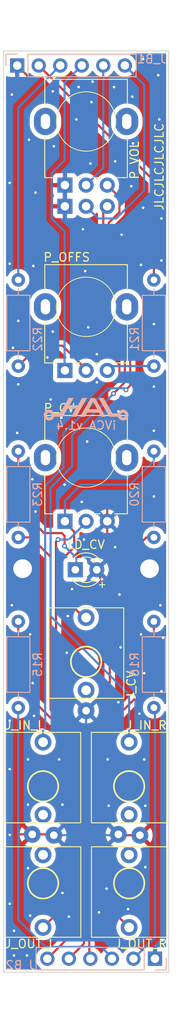
<source format=kicad_pcb>
(kicad_pcb (version 20240108) (generator "pcbnew") (generator_version "8.0")
  (title_block (rev "v1.4"))
  (layers (0 "F.Cu" signal) (31 "B.Cu" signal) (34 "B.Paste" user) (35 "F.Paste" user) (36 "B.SilkS" user "B.Silkscreen") (37 "F.SilkS" user "F.Silkscreen") (38 "B.Mask" user) (39 "F.Mask" user) (44 "Edge.Cuts" user))
  (net 0 "")
  (net 1 "GND")
  (net 2 "Net-(LD_CV1-K)")
  (net 3 "Net-(J_B1-Pin_3)")
  (net 4 "Net-(P_OFFS1-Pad2)")
  (net 5 "Net-(J_B1-Pin_2)")
  (net 6 "Net-(P_OFFS1-Pad3)")
  (net 7 "Net-(J_CV1-PadSIG)")
  (net 8 "Net-(J_OUT_R1-PadSIG)")
  (net 9 "Net-(J_OUT_L1-PadSIG)")
  (net 10 "Net-(J_B1-Pin_4)")
  (net 11 "/INF_R")
  (net 12 "Net-(J_B1-Pin_6)")
  (net 13 "Net-(J_B1-Pin_5)")
  (net 14 "/INF_L")
  (net 20 "Net-(J_B2-Pin_6)")
  (net 21 "Net-(J_B2-Pin_4)")
  (net 22 "Net-(J_B2-Pin_2)")
  (net 23 "Net-(J_B2-Pin_3)")
  (net 24 "Net-(J_B2-Pin_5)")
  (footprint "Eurorack:Potentiometer Alpha Dual RD901F-40-00D" (layer "F.Cu") (at 69.85 49.276 90)
    (property "Reference" "P_VOL" (at -4.572 5.715 90) (layer "F.SilkS"))
    (property "Value" "A100k" (hide yes))
    (pad "" thru_hole oval (at 0.0052 -4.8 180) (size 2.72 3.24) (drill oval 1.1 1.8) (layers "*.Cu" "*.Mask"))
    (pad "" thru_hole oval (at 0.0052 4.8 180) (size 2.72 3.24) (drill oval 1.1 1.8) (layers "*.Cu" "*.Mask"))
    (pad "1" thru_hole rect (at -7.4948 -2.5 180) (size 1.8 1.8) (drill 1) (layers "*.Cu" "*.Mask") (net 1 "GND"))
    (pad "2" thru_hole circle (at -7.4948 0 180) (size 1.8 1.8) (drill 1) (layers "*.Cu" "*.Mask") (net 13 "Net-(J_B1-Pin_5)"))
    (pad "3" thru_hole circle (at -7.4948 2.5 180) (size 1.8 1.8) (drill 1) (layers "*.Cu" "*.Mask") (net 14 "/INF_L"))
    (pad "4" thru_hole rect (at -9.9948 -2.5 180) (size 1.8 1.8) (drill 1) (layers "*.Cu" "*.Mask") (net 1 "GND"))
    (pad "5" thru_hole circle (at -9.9948 0 180) (size 1.8 1.8) (drill 1) (layers "*.Cu" "*.Mask") (net 12 "Net-(J_B1-Pin_6)"))
    (pad "6" thru_hole circle (at -9.9948 2.5 180) (size 1.8 1.8) (drill 1) (layers "*.Cu" "*.Mask") (net 11 "/INF_R"))
  )
  (footprint "Eurorack:PJ301M-12" (layer "F.Cu") (at 69.85 112.9558)
    (property "Reference" "J_CV" (at 5.334 2.7412 90) (layer "F.SilkS"))
    (property "Value" "PJ301M-12" (hide yes))
    (pad "GND" thru_hole circle (at 0 5.766) (size 2 2) (drill 0.9) (layers "*.Cu" "*.Mask") (net 1 "GND"))
    (pad "SIG" thru_hole circle (at 0 -5.207) (size 2 2) (drill 1.15) (layers "*.Cu" "*.Mask") (net 7 "Net-(J_CV1-PadSIG)"))
    (pad "SW" thru_hole circle (at 0 3.353) (size 2 2) (drill 1.14) (layers "*.Cu" "*.Mask"))
    (zone (net 0) (net_name "") (layer "F.Cu") (connect_pads (clearance 0)) (min_thickness 0.254)
      (keepout (tracks not_allowed) (vias not_allowed) (pads not_allowed) (copperpour not_allowed) (footprints allowed))
      (fill (thermal_gap 0.508) (thermal_bridge_width 0.508))
      (polygon (pts (xy 71.355141 112.9558) (xy 71.33493 112.709971) (xy 71.274841 112.470745) (xy 71.176486 112.244544) (xy 71.042508 112.037445) (xy 70.876504 111.85501) (xy 70.682932 111.702136) (xy 70.466992 111.582931) (xy 70.234482 111.500594) (xy 69.991646 111.457339) (xy 69.745007 111.454325) (xy 69.501187 111.491635) (xy 69.266734 111.568266) (xy 69.047946 111.68216) (xy 68.850697 111.830258) (xy 68.680286 112.008584) (xy 68.541288 112.212348) (xy 68.437436 112.436078) (xy 68.371519 112.673765) (xy 68.345308 112.919026) (xy 68.359507 113.165275) (xy 68.413734 113.405899) (xy 68.506532 113.634434) (xy 68.635411 113.844745) (xy 68.796908 114.031182) (xy 68.986687 114.188739) (xy 69.19965 114.313185) (xy 69.430079 114.401177) (xy 69.671785 114.450353) (xy 69.918278 114.459392) (xy 70.162936 114.42805) (xy 70.399191 114.35717) (xy 70.620697 114.248656) (xy 70.821505 114.105421) (xy 70.996223 113.931312) (xy 71.140158 113.731005) (xy 71.249445 113.509879) (xy 71.321149 113.273874) (xy 71.353344 113.029326)))
    )
  )
  (footprint "Eurorack:PJ301M-12 Offset" (layer "F.Cu") (at 64.77 127.635)
    (property "Reference" "J_IN_L" (at -2.159 -7.188 0) (layer "F.SilkS"))
    (property "Value" "PJ301M-12" (hide yes))
    (pad "GND" thru_hole circle (at 1.27 5.766) (size 2 2) (drill 0.9) (layers "*.Cu" "*.Mask") (net 1 "GND"))
    (pad "SIG" thru_hole circle (at 0 -5.207) (size 2 2) (drill 1.15) (layers "*.Cu" "*.Mask") (net 14 "/INF_L"))
    (pad "SW" thru_hole circle (at 0 3.353) (size 2 2) (drill 1.14) (layers "*.Cu" "*.Mask"))
    (zone (net 0) (net_name "") (layer "F.Cu") (connect_pads (clearance 0)) (min_thickness 0.254)
      (keepout (tracks not_allowed) (vias not_allowed) (pads not_allowed) (copperpour not_allowed) (footprints allowed))
      (fill (thermal_gap 0.508) (thermal_bridge_width 0.508))
      (polygon (pts (xy 66.275141 127.635) (xy 66.25493 127.389171) (xy 66.194841 127.149945) (xy 66.096486 126.923744) (xy 65.962508 126.716645) (xy 65.796504 126.53421) (xy 65.602932 126.381336) (xy 65.386992 126.262131) (xy 65.154482 126.179794) (xy 64.911646 126.136539) (xy 64.665007 126.133525) (xy 64.421187 126.170835) (xy 64.186734 126.247466) (xy 63.967946 126.36136) (xy 63.770697 126.509458) (xy 63.600286 126.687784) (xy 63.461288 126.891548) (xy 63.357436 127.115278) (xy 63.291519 127.352965) (xy 63.265308 127.598226) (xy 63.279507 127.844475) (xy 63.333734 128.085099) (xy 63.426532 128.313634) (xy 63.555411 128.523945) (xy 63.716908 128.710382) (xy 63.906687 128.867939) (xy 64.11965 128.992385) (xy 64.350079 129.080377) (xy 64.591785 129.129553) (xy 64.838278 129.138592) (xy 65.082936 129.10725) (xy 65.319191 129.03637) (xy 65.540697 128.927856) (xy 65.741505 128.784621) (xy 65.916223 128.610512) (xy 66.060158 128.410205) (xy 66.169445 128.189079) (xy 66.241149 127.953074) (xy 66.273344 127.708526)))
    )
  )
  (footprint "Eurorack:PJ301M-12 Offset" (layer "F.Cu") (at 64.77 139.065 180)
    (property "Reference" "J_OUT_L" (at 1.524 -7.1374 0) (layer "F.SilkS"))
    (property "Value" "PJ301M-12" (hide yes))
    (pad "GND" thru_hole circle (at 1.27 5.766 180) (size 2 2) (drill 0.9) (layers "*.Cu" "*.Mask") (net 1 "GND"))
    (pad "SIG" thru_hole circle (at 0 -5.207 180) (size 2 2) (drill 1.15) (layers "*.Cu" "*.Mask") (net 9 "Net-(J_OUT_L1-PadSIG)"))
    (pad "SW" thru_hole circle (at 0 3.353 180) (size 2 2) (drill 1.14) (layers "*.Cu" "*.Mask"))
    (zone (net 0) (net_name "") (layer "F.Cu") (connect_pads (clearance 0)) (min_thickness 0.254)
      (keepout (tracks not_allowed) (vias not_allowed) (pads not_allowed) (copperpour not_allowed) (footprints allowed))
      (fill (thermal_gap 0.508) (thermal_bridge_width 0.508))
      (polygon (pts (xy 63.264859 139.065) (xy 63.28507 139.310829) (xy 63.345159 139.550055) (xy 63.443514 139.776256) (xy 63.577492 139.983355) (xy 63.743496 140.16579) (xy 63.937068 140.318664) (xy 64.153008 140.437869) (xy 64.385518 140.520206) (xy 64.628354 140.563461) (xy 64.874993 140.566475) (xy 65.118813 140.529165) (xy 65.353266 140.452534) (xy 65.572054 140.33864) (xy 65.769303 140.190542) (xy 65.939714 140.012216) (xy 66.078712 139.808452) (xy 66.182564 139.584722) (xy 66.248481 139.347035) (xy 66.274692 139.101774) (xy 66.260493 138.855525) (xy 66.206266 138.614901) (xy 66.113468 138.386366) (xy 65.984589 138.176055) (xy 65.823092 137.989618) (xy 65.633313 137.832061) (xy 65.42035 137.707615) (xy 65.189921 137.619623) (xy 64.948215 137.570447) (xy 64.701722 137.561408) (xy 64.457064 137.59275) (xy 64.220809 137.66363) (xy 63.999303 137.772144) (xy 63.798495 137.915379) (xy 63.623777 138.089488) (xy 63.479842 138.289795) (xy 63.370555 138.510921) (xy 63.298851 138.746926) (xy 63.266656 138.991474)))
    )
  )
  (footprint "Eurorack:PJ301M-12 Offset" (layer "F.Cu") (at 74.93 139.065 180)
    (property "Reference" "J_OUT_R" (at -1.397 -7.1374 0) (layer "F.SilkS"))
    (property "Value" "PJ301M-12" (hide yes))
    (pad "GND" thru_hole circle (at 1.27 5.766 180) (size 2 2) (drill 0.9) (layers "*.Cu" "*.Mask") (net 1 "GND"))
    (pad "SIG" thru_hole circle (at 0 -5.207 180) (size 2 2) (drill 1.15) (layers "*.Cu" "*.Mask") (net 8 "Net-(J_OUT_R1-PadSIG)"))
    (pad "SW" thru_hole circle (at 0 3.353 180) (size 2 2) (drill 1.14) (layers "*.Cu" "*.Mask"))
    (zone (net 0) (net_name "") (layer "F.Cu") (connect_pads (clearance 0)) (min_thickness 0.254)
      (keepout (tracks not_allowed) (vias not_allowed) (pads not_allowed) (copperpour not_allowed) (footprints allowed))
      (fill (thermal_gap 0.508) (thermal_bridge_width 0.508))
      (polygon (pts (xy 73.424859 139.065) (xy 73.44507 139.310829) (xy 73.505159 139.550055) (xy 73.603514 139.776256) (xy 73.737492 139.983355) (xy 73.903496 140.16579) (xy 74.097068 140.318664) (xy 74.313008 140.437869) (xy 74.545518 140.520206) (xy 74.788354 140.563461) (xy 75.034993 140.566475) (xy 75.278813 140.529165) (xy 75.513266 140.452534) (xy 75.732054 140.33864) (xy 75.929303 140.190542) (xy 76.099714 140.012216) (xy 76.238712 139.808452) (xy 76.342564 139.584722) (xy 76.408481 139.347035) (xy 76.434692 139.101774) (xy 76.420493 138.855525) (xy 76.366266 138.614901) (xy 76.273468 138.386366) (xy 76.144589 138.176055) (xy 75.983092 137.989618) (xy 75.793313 137.832061) (xy 75.58035 137.707615) (xy 75.349921 137.619623) (xy 75.108215 137.570447) (xy 74.861722 137.561408) (xy 74.617064 137.59275) (xy 74.380809 137.66363) (xy 74.159303 137.772144) (xy 73.958495 137.915379) (xy 73.783777 138.089488) (xy 73.639842 138.289795) (xy 73.530555 138.510921) (xy 73.458851 138.746926) (xy 73.426656 138.991474)))
    )
  )
  (footprint "" (layer "F.Cu") (at 77.343 101.981)
    (property "Reference" "REF***" (hide yes))
    (property "Value" "")
    (pad "" thru_hole circle (at 0 0) (size 3.8 3.8) (drill 2.2) (layers "*.Cu" "*.Mask") (net 1 "GND"))
  )
  (footprint "Eurorack:Potentiometer Alpha RD901F-40-00D" (layer "F.Cu") (at 69.85 71.1218 90)
    (property "Reference" "P_OFFS" (at 5.8502 -2.286 0) (layer "F.SilkS"))
    (property "Value" "B50k" (hide yes))
    (pad "" thru_hole oval (at 0.0052 -4.8 180) (size 2.72 3.24) (drill oval 1.1 1.8) (layers "*.Cu" "*.Mask"))
    (pad "" thru_hole oval (at 0.0052 4.8 180) (size 2.72 3.24) (drill oval 1.1 1.8) (layers "*.Cu" "*.Mask"))
    (pad "1" thru_hole rect (at -7.4948 -2.5 180) (size 1.8 1.8) (drill 1) (layers "*.Cu" "*.Mask") (net 10 "Net-(J_B1-Pin_4)"))
    (pad "2" thru_hole circle (at -7.4948 0 180) (size 1.8 1.8) (drill 1) (layers "*.Cu" "*.Mask") (net 4 "Net-(P_OFFS1-Pad2)"))
    (pad "3" thru_hole circle (at -7.4948 2.5 180) (size 1.8 1.8) (drill 1) (layers "*.Cu" "*.Mask") (net 6 "Net-(P_OFFS1-Pad3)"))
  )
  (footprint "Eurorack:Potentiometer Alpha RD901F-40-00D" (layer "F.Cu") (at 69.85 88.9 90)
    (property "Reference" "P_CV" (at 5.842 -3.175 0) (layer "F.SilkS"))
    (property "Value" "B50k" (hide yes))
    (pad "" thru_hole oval (at 0.0052 -4.8 180) (size 2.72 3.24) (drill oval 1.1 1.8) (layers "*.Cu" "*.Mask"))
    (pad "" thru_hole oval (at 0.0052 4.8 180) (size 2.72 3.24) (drill oval 1.1 1.8) (layers "*.Cu" "*.Mask"))
    (pad "1" thru_hole rect (at -7.4948 -2.5 180) (size 1.8 1.8) (drill 1) (layers "*.Cu" "*.Mask") (net 7 "Net-(J_CV1-PadSIG)"))
    (pad "2" thru_hole circle (at -7.4948 0 180) (size 1.8 1.8) (drill 1) (layers "*.Cu" "*.Mask") (net 24 "Net-(J_B2-Pin_5)"))
    (pad "3" thru_hole circle (at -7.4948 2.5 180) (size 1.8 1.8) (drill 1) (layers "*.Cu" "*.Mask") (net 1 "GND"))
  )
  (footprint "LED_THT:LED_D3.0mm_FlatTop" (layer "F.Cu") (at 68.575 102.1098)
    (property "Reference" "LD_CV" (at 1.27 -2.96 0) (layer "F.SilkS"))
    (property "Value" "LED (Bi)")
    (pad "1" thru_hole rect (at 0 0) (size 1.8 1.8) (drill 0.9) (layers "*.Cu" "*.Mask") (net 2 "Net-(LD_CV1-K)"))
    (pad "2" thru_hole circle (at 2.54 0) (size 1.8 1.8) (drill 0.9) (layers "*.Cu" "*.Mask") (net 1 "GND"))
  )
  (footprint "" (layer "F.Cu") (at 62.357 101.981)
    (property "Reference" "REF***" (hide yes))
    (property "Value" "")
    (pad "" thru_hole circle (at 0 0) (size 3.8 3.8) (drill 2.2) (layers "*.Cu" "*.Mask") (net 1 "GND"))
  )
  (footprint "Eurorack:PJ301M-12 Offset" (layer "F.Cu") (at 74.93 127.635)
    (property "Reference" "J_IN_R" (at 2.032 -7.188 0) (layer "F.SilkS"))
    (property "Value" "PJ301M-12" (hide yes))
    (pad "GND" thru_hole circle (at 1.27 5.766) (size 2 2) (drill 0.9) (layers "*.Cu" "*.Mask") (net 1 "GND"))
    (pad "SIG" thru_hole circle (at 0 -5.207) (size 2 2) (drill 1.15) (layers "*.Cu" "*.Mask") (net 11 "/INF_R"))
    (pad "SW" thru_hole circle (at 0 3.353) (size 2 2) (drill 1.14) (layers "*.Cu" "*.Mask"))
    (zone (net 0) (net_name "") (layer "F.Cu") (connect_pads (clearance 0)) (min_thickness 0.254)
      (keepout (tracks not_allowed) (vias not_allowed) (pads not_allowed) (copperpour not_allowed) (footprints allowed))
      (fill (thermal_gap 0.508) (thermal_bridge_width 0.508))
      (polygon (pts (xy 76.435141 127.635) (xy 76.41493 127.389171) (xy 76.354841 127.149945) (xy 76.256486 126.923744) (xy 76.122508 126.716645) (xy 75.956504 126.53421) (xy 75.762932 126.381336) (xy 75.546992 126.262131) (xy 75.314482 126.179794) (xy 75.071646 126.136539) (xy 74.825007 126.133525) (xy 74.581187 126.170835) (xy 74.346734 126.247466) (xy 74.127946 126.36136) (xy 73.930697 126.509458) (xy 73.760286 126.687784) (xy 73.621288 126.891548) (xy 73.517436 127.115278) (xy 73.451519 127.352965) (xy 73.425308 127.598226) (xy 73.439507 127.844475) (xy 73.493734 128.085099) (xy 73.586532 128.313634) (xy 73.715411 128.523945) (xy 73.876908 128.710382) (xy 74.066687 128.867939) (xy 74.27965 128.992385) (xy 74.510079 129.080377) (xy 74.751785 129.129553) (xy 74.998278 129.138592) (xy 75.242936 129.10725) (xy 75.479191 129.03637) (xy 75.700697 128.927856) (xy 75.901505 128.784621) (xy 76.076223 128.610512) (xy 76.220158 128.410205) (xy 76.329445 128.189079) (xy 76.401149 127.953074) (xy 76.433344 127.708526)))
    )
  )
  (footprint "Logos:Avalon Harmonics Small 10mm" (layer "B.Cu") (at 69.85 83.185 180)
    (property "Reference" "G***" (hide yes))
    (property "Value" "LOGO" (hide yes))
  )
  (footprint "Resistor_THT:R_Axial_DIN0207_L6.3mm_D2.5mm_P10.16mm_Horizontal" (layer "B.Cu") (at 61.849 67.945 -90)
    (property "Reference" "R22" (at 6.985 -2.286 90) (layer "B.SilkS") (effects (justify mirror)))
    (property "Value" "100k")
    (pad "1" thru_hole circle (at 0 0 270) (size 1.6 1.6) (drill 0.8) (layers "*.Cu" "*.Mask") (net 3 "Net-(J_B1-Pin_3)"))
    (pad "2" thru_hole oval (at 10.16 0 270) (size 1.6 1.6) (drill 0.8) (layers "*.Cu" "*.Mask") (net 4 "Net-(P_OFFS1-Pad2)"))
  )
  (footprint "Resistor_THT:R_Axial_DIN0207_L6.3mm_D2.5mm_P10.16mm_Horizontal" (layer "B.Cu") (at 61.849 88.138 -90)
    (property "Reference" "R23" (at 5.08 -2.286 90) (layer "B.SilkS") (effects (justify mirror)))
    (property "Value" "1k")
    (pad "1" thru_hole circle (at 0 0 270) (size 1.6 1.6) (drill 0.8) (layers "*.Cu" "*.Mask") (net 2 "Net-(LD_CV1-K)"))
    (pad "2" thru_hole oval (at 10.16 0 270) (size 1.6 1.6) (drill 0.8) (layers "*.Cu" "*.Mask") (net 20 "Net-(J_B2-Pin_6)"))
  )
  (footprint "Resistor_THT:R_Axial_DIN0207_L6.3mm_D2.5mm_P10.16mm_Horizontal" (layer "B.Cu") (at 61.849 108.204 -90)
    (property "Reference" "R15" (at 5.08 -2.286 90) (layer "B.SilkS") (effects (justify mirror)))
    (property "Value" "1k")
    (pad "1" thru_hole circle (at 0 0 270) (size 1.6 1.6) (drill 0.8) (layers "*.Cu" "*.Mask") (net 9 "Net-(J_OUT_L1-PadSIG)"))
    (pad "2" thru_hole oval (at 10.16 0 270) (size 1.6 1.6) (drill 0.8) (layers "*.Cu" "*.Mask") (net 23 "Net-(J_B2-Pin_3)"))
  )
  (footprint "Resistor_THT:R_Axial_DIN0207_L6.3mm_D2.5mm_P10.16mm_Horizontal" (layer "B.Cu") (at 77.851 98.298 90)
    (property "Reference" "R20" (at 5.08 -2.286 -90) (layer "B.SilkS") (effects (justify mirror)))
    (property "Value" "100k")
    (pad "1" thru_hole circle (at 0 0 90) (size 1.6 1.6) (drill 0.8) (layers "*.Cu" "*.Mask") (net 21 "Net-(J_B2-Pin_4)"))
    (pad "2" thru_hole oval (at 10.16 0 90) (size 1.6 1.6) (drill 0.8) (layers "*.Cu" "*.Mask") (net 7 "Net-(J_CV1-PadSIG)"))
  )
  (footprint "Connector_PinHeader_2.54mm:PinHeader_1x06_P2.54mm_Vertical" (layer "B.Cu") (at 61.722 42.672 -90)
    (property "Reference" "J_B1" (at -0.762 -15.875 180) (layer "B.SilkS") (effects (justify mirror)))
    (property "Value" "Conn_01x06_Female")
    (pad "1" thru_hole rect (at 0 0 270) (size 1.7 1.7) (drill 1) (layers "*.Cu" "*.Mask") (net 1 "GND"))
    (pad "2" thru_hole oval (at 0 -2.54 270) (size 1.7 1.7) (drill 1) (layers "*.Cu" "*.Mask") (net 5 "Net-(J_B1-Pin_2)"))
    (pad "3" thru_hole oval (at 0 -5.08 270) (size 1.7 1.7) (drill 1) (layers "*.Cu" "*.Mask") (net 3 "Net-(J_B1-Pin_3)"))
    (pad "4" thru_hole oval (at 0 -7.62 270) (size 1.7 1.7) (drill 1) (layers "*.Cu" "*.Mask") (net 10 "Net-(J_B1-Pin_4)"))
    (pad "5" thru_hole oval (at 0 -10.16 270) (size 1.7 1.7) (drill 1) (layers "*.Cu" "*.Mask") (net 13 "Net-(J_B1-Pin_5)"))
    (pad "6" thru_hole oval (at 0 -12.7 270) (size 1.7 1.7) (drill 1) (layers "*.Cu" "*.Mask") (net 12 "Net-(J_B1-Pin_6)"))
  )
  (footprint "Resistor_THT:R_Axial_DIN0207_L6.3mm_D2.5mm_P10.16mm_Horizontal" (layer "B.Cu") (at 77.851 67.945 -90)
    (property "Reference" "R21" (at 6.985 2.286 90) (layer "B.SilkS") (effects (justify mirror)))
    (property "Value" "10k")
    (pad "1" thru_hole circle (at 0 0 270) (size 1.6 1.6) (drill 0.8) (layers "*.Cu" "*.Mask") (net 5 "Net-(J_B1-Pin_2)"))
    (pad "2" thru_hole oval (at 10.16 0 270) (size 1.6 1.6) (drill 0.8) (layers "*.Cu" "*.Mask") (net 6 "Net-(P_OFFS1-Pad3)"))
  )
  (footprint "Connector_PinHeader_2.54mm:PinHeader_1x06_P2.54mm_Vertical" (layer "B.Cu") (at 77.978 147.955 90)
    (property "Reference" "J_B2" (at -0.762 -15.875 0) (layer "B.SilkS") (effects (justify mirror)))
    (property "Value" "Conn_01x06_Female")
    (pad "1" thru_hole rect (at 0 0 90) (size 1.7 1.7) (drill 1) (layers "*.Cu" "*.Mask") (net 1 "GND"))
    (pad "2" thru_hole oval (at 0 -2.54 90) (size 1.7 1.7) (drill 1) (layers "*.Cu" "*.Mask") (net 22 "Net-(J_B2-Pin_2)"))
    (pad "3" thru_hole oval (at 0 -5.08 90) (size 1.7 1.7) (drill 1) (layers "*.Cu" "*.Mask") (net 23 "Net-(J_B2-Pin_3)"))
    (pad "4" thru_hole oval (at 0 -7.62 90) (size 1.7 1.7) (drill 1) (layers "*.Cu" "*.Mask") (net 21 "Net-(J_B2-Pin_4)"))
    (pad "5" thru_hole oval (at 0 -10.16 90) (size 1.7 1.7) (drill 1) (layers "*.Cu" "*.Mask") (net 24 "Net-(J_B2-Pin_5)"))
    (pad "6" thru_hole oval (at 0 -12.7 90) (size 1.7 1.7) (drill 1) (layers "*.Cu" "*.Mask") (net 20 "Net-(J_B2-Pin_6)"))
  )
  (footprint "Resistor_THT:R_Axial_DIN0207_L6.3mm_D2.5mm_P10.16mm_Horizontal" (layer "B.Cu") (at 77.851 108.204 -90)
    (property "Reference" "R16" (at 5.08 2.286 90) (layer "B.SilkS") (effects (justify mirror)))
    (property "Value" "1k")
    (pad "1" thru_hole circle (at 0 0 270) (size 1.6 1.6) (drill 0.8) (layers "*.Cu" "*.Mask") (net 8 "Net-(J_OUT_R1-PadSIG)"))
    (pad "2" thru_hole oval (at 10.16 0 270) (size 1.6 1.6) (drill 0.8) (layers "*.Cu" "*.Mask") (net 22 "Net-(J_B2-Pin_2)"))
  )
  (gr_rect (start 60.1 40.95) (end 79.6 149.55) (stroke (width 0.1)) (fill none) (layer "Edge.Cuts"))
  (gr_text "iVCA v1.4" (at 69.85 85.09 0) (layer "B.SilkS") (effects (font (size 1 1)) (justify mirror)))
  (gr_text "JLCJLCJLCJLC" (at 78.486 54.61 90) (layer "F.SilkS") (effects (font (size 1 1))))
  (segment (start 73.787 79.6925) (end 72.35 81.1295) (width 0.25) (layer "F.Cu") (net 1))
  (segment (start 73.711 133.35) (end 73.66 133.299) (width 0.25) (layer "F.Cu") (net 1))
  (segment (start 65.938 133.299) (end 66.04 133.401) (width 0.25) (layer "F.Cu") (net 1))
  (segment (start 67.35 59.2708) (end 67.35 56.7708) (width 0.25) (layer "F.Cu") (net 1))
  (segment (start 72.35 96.3948) (end 72.35 100.8748) (width 0.25) (layer "F.Cu") (net 1))
  (segment (start 63.5 133.299) (end 60.884 133.299) (width 0.25) (layer "F.Cu") (net 1))
  (segment (start 67.31 59.3108) (end 67.31 68.707) (width 0.25) (layer "F.Cu") (net 1))
  (segment (start 73.787 75.184) (end 73.787 79.6925) (width 0.25) (layer "F.Cu") (net 1))
  (segment (start 67.35 59.2708) (end 67.31 59.3108) (width 0.25) (layer "F.Cu") (net 1))
  (segment (start 60.884 133.299) (end 60.833 133.35) (width 0.25) (layer "F.Cu") (net 1))
  (segment (start 69.85 118.857) (end 71.501 117.206) (width 0.25) (layer "F.Cu") (net 1))
  (segment (start 72.35 81.1295) (end 72.35 96.3948) (width 0.25) (layer "F.Cu") (net 1))
  (segment (start 71.501 117.206) (end 71.501 102.49475) (width 0.25) (layer "F.Cu") (net 1))
  (segment (start 76.2 133.401) (end 77.978 135.179) (width 0.25) (layer "F.Cu") (net 1))
  (segment (start 72.35 100.8748) (end 71.115 102.1098) (width 0.25) (layer "F.Cu") (net 1))
  (segment (start 63.5 133.299) (end 65.938 133.299) (width 0.25) (layer "F.Cu") (net 1))
  (segment (start 73.762 133.401) (end 73.66 133.299) (width 0.25) (layer "F.Cu") (net 1))
  (segment (start 76.2 133.401) (end 73.762 133.401) (width 0.25) (layer "F.Cu") (net 1))
  (segment (start 77.978 135.179) (end 77.978 147.955) (width 0.25) (layer "F.Cu") (net 1))
  (segment (start 67.31 68.707) (end 73.787 75.184) (width 0.25) (layer "F.Cu") (net 1))
  (segment (start 67.35 56.7708) (end 67.35 48.3) (width 0.25) (layer "F.Cu") (net 1))
  (segment (start 67.35 48.3) (end 61.722 42.672) (width 0.25) (layer "F.Cu") (net 1))
  (via (at 69.977 86.995) (size 0.6) (drill 0.3) (layers "F.Cu" "B.Cu") (net 1))
  (via (at 66.929 84.201) (size 0.6) (drill 0.3) (layers "F.Cu" "B.Cu") (net 1))
  (via (at 67.056 140.208) (size 0.6) (drill 0.3) (layers "F.Cu" "B.Cu") (net 1))
  (via (at 63.881 95.25) (size 0.6) (drill 0.3) (layers "F.Cu" "B.Cu") (net 1))
  (via (at 63.246 109.728) (size 0.6) (drill 0.3) (layers "F.Cu" "B.Cu") (net 1))
  (via (at 76.708 124.46) (size 0.6) (drill 0.3) (layers "F.Cu" "B.Cu") (net 1))
  (via (at 73.279 99.441) (size 0.6) (drill 0.3) (layers "F.Cu" "B.Cu") (net 1))
  (via (at 75.184 56.896) (size 0.6) (drill 0.3) (layers "F.Cu" "B.Cu") (net 1))
  (via (at 62.992 124.46) (size 0.6) (drill 0.3) (layers "F.Cu" "B.Cu") (net 1))
  (via (at 63.881 57.658) (size 0.6) (drill 0.3) (layers "F.Cu" "B.Cu") (net 1))
  (via (at 71.12 76.708) (size 0.6) (drill 0.3) (layers "F.Cu" "B.Cu") (net 1))
  (via (at 75.3872 51.8668) (size 0.6) (drill 0.3) (layers "F.Cu" "B.Cu") (net 1))
  (via (at 74.041 62.611) (size 0.6) (drill 0.3) (layers "F.Cu" "B.Cu") (net 1))
  (via (at 71.374 142.494) (size 0.6) (drill 0.3) (layers "F.Cu" "B.Cu") (net 1))
  (via (at 61.341 147.574) (size 0.6) (drill 0.3) (layers "F.Cu" "B.Cu") (net 1))
  (via (at 61.722 85.979) (size 0.6) (drill 0.3) (layers "F.Cu" "B.Cu") (net 1))
  (via (at 62.992 129.794) (size 0.6) (drill 0.3) (layers "F.Cu" "B.Cu") (net 1))
  (via (at 77.851 73.152) (size 0.6) (drill 0.3) (layers "F.Cu" "B.Cu") (net 1))
  (via (at 76.835 129.921) (size 0.6) (drill 0.3) (layers "F.Cu" "B.Cu") (net 1))
  (via (at 69.342 94.107) (size 0.6) (drill 0.3) (layers "F.Cu" "B.Cu") (net 1))
  (via (at 62.992 137.287) (size 0.6) (drill 0.3) (layers "F.Cu" "B.Cu") (net 1))
  (via (at 70.358 54.229) (size 0.6) (drill 0.3) (layers "F.Cu" "B.Cu") (net 1))
  (via (at 60.833 119.888) (size 0.6) (drill 0.3) (layers "F.Cu" "B.Cu") (net 1))
  (via (at 65.659 82.042) (size 0.6) (drill 0.3) (layers "F.Cu" "B.Cu") (net 1))
  (via (at 73.787 105.029) (size 0.6) (drill 0.3) (layers "F.Cu" "B.Cu") (net 1))
  (via (at 67.691 107.569) (size 0.6) (drill 0.3) (layers "F.Cu" "B.Cu") (net 1))
  (via (at 73.66 117.729) (size 0.6) (drill 0.3) (layers "F.Cu" "B.Cu") (net 1))
  (via (at 69.596 98.552) (size 0.6) (drill 0.3) (layers "F.Cu" "B.Cu") (net 1))
  (via (at 70.104 73.533) (size 0.6) (drill 0.3) (layers "F.Cu" "B.Cu") (net 1))
  (via (at 70.485 46.99) (size 0.6) (drill 0.3) (layers "F.Cu" "B.Cu") (net 1))
  (via (at 61.087 46.101) (size 0.6) (drill 0.3) (layers "F.Cu" "B.Cu") (net 1))
  (via (at 63.5 91.44) (size 0.6) (drill 0.3) (layers "F.Cu" "B.Cu") (net 1))
  (via (at 76.708 114.3) (size 0.6) (drill 0.3) (layers "F.Cu" "B.Cu") (net 1))
  (via (at 69.7484 66.9036) (size 0.6) (drill 0.3) (layers "F.Cu" "B.Cu") (net 1))
  (via (at 78.613 106.299) (size 0.6) (drill 0.3) (layers "F.Cu" "B.Cu") (net 1))
  (via (at 60.833 133.35) (size 0.6) (drill 0.3) (layers "F.Cu" "B.Cu") (net 1))
  (via (at 77.851 80.518) (size 0.6) (drill 0.3) (layers "F.Cu" "B.Cu") (net 1))
  (via (at 76.581 41.91) (size 0.6) (drill 0.3) (layers "F.Cu" "B.Cu") (net 1))
  (via (at 76.1492 119.0752) (size 0.6) (drill 0.3) (layers "F.Cu" "B.Cu") (net 1))
  (via (at 72.263 139.7) (size 0.6) (drill 0.3) (layers "F.Cu" "B.Cu") (net 1))
  (via (at 61.849 72.771) (size 0.6) (drill 0.3) (layers "F.Cu" "B.Cu") (net 1))
  (via (at 61.087 106.299) (size 0.6) (drill 0.3) (layers "F.Cu" "B.Cu") (net 1))
  (via (at 72.517 129.921) (size 0.6) (drill 0.3) (layers "F.Cu" "B.Cu") (net 1))
  (via (at 68.707 49.022) (size 0.6) (drill 0.3) (layers "F.Cu" "B.Cu") (net 1))
  (via (at 78.359 43.815) (size 0.6) (drill 0.3) (layers "F.Cu" "B.Cu") (net 1))
  (via (at 67.818 143.002) (size 0.6) (drill 0.3) (layers "F.Cu" "B.Cu") (net 1))
  (via (at 73.279 53.975) (size 0.6) (drill 0.3) (layers "F.Cu" "B.Cu") (net 1))
  (via (at 66.04 52.197) (size 0.6) (drill 0.3) (layers "F.Cu" "B.Cu") (net 1))
  (via (at 63.5508 115.4684) (size 0.6) (drill 0.3) (layers "F.Cu" "B.Cu") (net 1))
  (via (at 63.7032 119.3292) (size 0.6) (drill 0.3) (layers "F.Cu" "B.Cu") (net 1))
  (via (at 78.74 60.706) (size 0.6) (drill 0.3) (layers "F.Cu" "B.Cu") (net 1))
  (via (at 78.74 65.659) (size 0.6) (drill 0.3) (layers "F.Cu" "B.Cu") (net 1))
  (via (at 78.486 49.022) (size 0.6) (drill 0.3) (layers "F.Cu" "B.Cu") (net 1))
  (via (at 67.564 111.887) (size 0.6) (drill 0.3) (layers "F.Cu" "B.Cu") (net 1))
  (via (at 77.851 85.725) (size 0.6) (drill 0.3) (layers "F.Cu" "B.Cu") (net 1))
  (via (at 60.833 66.04) (size 0.6) (drill 0.3) (layers "F.Cu" "B.Cu") (net 1))
  (via (at 63.246 142.875) (size 0.6) (drill 0.3) (layers "F.Cu" "B.Cu") (net 1))
  (via (at 61.341 144.653) (size 0.6) (drill 0.3) (layers "F.Cu" "B.Cu") (net 1))
  (via (at 68.199 104.394) (size 0.6) (drill 0.3) (layers "F.Cu" "B.Cu") (net 1))
  (via (at 73.66 83.439) (size 0.6) (drill 0.3) (layers "F.Cu" "B.Cu") (net 1))
  (via (at 66.675 124.46) (size 0.6) (drill 0.3) (layers "F.Cu" "B.Cu") (net 1))
  (via (at 78.867 145.796) (size 0.6) (drill 0.3) (layers "F.Cu" "B.Cu") (net 1))
  (via (at 61.214 75.946) (size 0.6) (drill 0.3) (layers "F.Cu" "B.Cu") (net 1))
  (via (at 60.833 56.515) (size 0.6) (drill 0.3) (layers "F.Cu" "B.Cu") (net 1))
  (via (at 78.9432 110.1344) (size 0.6) (drill 0.3) (layers "F.Cu" "B.Cu") (net 1))
  (via (at 76.581 59.436) (size 0.6) (drill 0.3) (layers "F.Cu" "B.Cu") (net 1))
  (via (at 72.39 124.46) (size 0.6) (drill 0.3) (layers "F.Cu" "B.Cu") (net 1))
  (via (at 74.803 142.113) (size 0.6) (drill 0.3) (layers "F.Cu" "B.Cu") (net 1))
  (via (at 76.835 137.16) (size 0.6) (drill 0.3) (layers "F.Cu" "B.Cu") (net 1))
  (via (at 65.278 77.089) (size 0.6) (drill 0.3) (layers "F.Cu" "B.Cu") (net 1))
  (via (at 68.961 45.212) (size 0.6) (drill 0.3) (layers "F.Cu" "B.Cu") (net 1))
  (via (at 71.12 80.01) (size 0.6) (drill 0.3) (layers "F.Cu" "B.Cu") (net 1))
  (via (at 63.119 51.435) (size 0.6) (drill 0.3) (layers "F.Cu" "B.Cu") (net 1))
  (via (at 62.865 147.574) (size 0.6) (drill 0.3) (layers "F.Cu" "B.Cu") (net 1))
  (via (at 63.627 66.294) (size 0.6) (drill 0.3) (layers "F.Cu" "B.Cu") (net 1))
  (via (at 75.311 46.355) (size 0.6) (drill 0.3) (layers "F.Cu" "B.Cu") (net 1))
  (via (at 78.74 116.4336) (size 0.6) (drill 0.3) (layers "F.Cu" "B.Cu") (net 1))
  (via (at 65.913 45.72) (size 0.6) (drill 0.3) (layers "F.Cu" "B.Cu") (net 1))
  (via (at 76.327 109.728) (size 0.6) (drill 0.3) (layers "F.Cu" "B.Cu") (net 1))
  (via (at 69.469 61.976) (size 0.6) (drill 0.3) (layers "F.Cu" "B.Cu") (net 1))
  (via (at 60.833 141.478) (size 0.6) (drill 0.3) (layers "F.Cu" "B.Cu") (net 1))
  (via (at 61.849 80.264) (size 0.6) (drill 0.3) (layers "F.Cu" "B.Cu") (net 1))
  (via (at 60.833 125.603) (size 0.6) (drill 0.3) (layers "F.Cu" "B.Cu") (net 1))
  (via (at 73.152 45.212) (size 0.6) (drill 0.3) (layers "F.Cu" "B.Cu") (net 1))
  (via (at 70.612 44.577) (size 0.6) (drill 0.3) (layers "F.Cu" "B.Cu") (net 1))
  (via (at 65.913 74.041) (size 0.6) (drill 0.3) (layers "F.Cu" "B.Cu") (net 1))
  (via (at 67.31 92.075) (size 0.6) (drill 0.3) (layers "F.Cu" "B.Cu") (net 1))
  (via (at 73.914 111.252) (size 0.6) (drill 0.3) (layers "F.Cu" "B.Cu") (net 1))
  (via (at 76.327 66.167) (size 0.6) (drill 0.3) (layers "F.Cu" "B.Cu") (net 1))
  (via (at 77.851 93.472) (size 0.6) (drill 0.3) (layers "F.Cu" "B.Cu") (net 1))
  (via (at 67.056 129.794) (size 0.6) (drill 0.3) (layers "F.Cu" "B.Cu") (net 1))
  (segment (start 61.087 46.101) (end 61.722 45.466) (width 0.25) (layer "B.Cu") (net 1))
  (segment (start 73.558 133.401) (end 73.66 133.299) (width 0.25) (layer "B.Cu") (net 1))
  (segment (start 69.85 133.401) (end 69.85 118.857) (width 0.25) (layer "B.Cu") (net 1))
  (segment (start 69.85 133.401) (end 73.558 133.401) (width 0.25) (layer "B.Cu") (net 1))
  (segment (start 77.978 146.685) (end 78.867 145.796) (width 0.25) (layer "B.Cu") (net 1))
  (segment (start 66.04 133.401) (end 69.85 133.401) (width 0.25) (layer "B.Cu") (net 1))
  (segment (start 61.722 45.466) (end 61.722 42.672) (width 0.25) (layer "B.Cu") (net 1))
  (segment (start 77.978 147.955) (end 77.978 146.685) (width 0.25) (layer "B.Cu") (net 1))
  (segment (start 64.897 97.79) (end 61.849 94.742) (width 0.25) (layer "F.Cu") (net 2))
  (segment (start 66.9925 97.79) (end 64.897 97.79) (width 0.25) (layer "F.Cu") (net 2))
  (segment (start 67.31 99.314) (end 67.31 98.1075) (width 0.25) (layer "F.Cu") (net 2))
  (segment (start 61.849 94.742) (end 61.849 88.138) (width 0.25) (layer "F.Cu") (net 2))
  (segment (start 67.31 98.1075) (end 66.9925 97.79) (width 0.25) (layer "F.Cu") (net 2))
  (via (at 67.31 99.314) (size 0.6) (drill 0.3) (layers "F.Cu" "B.Cu") (net 2))
  (segment (start 67.31 99.314) (end 68.707 100.711) (width 0.25) (layer "B.Cu") (net 2))
  (segment (start 68.707 100.711) (end 68.707 102.113) (width 0.25) (layer "B.Cu") (net 2))
  (segment (start 68.707 102.113) (end 68.575 102.245) (width 0.25) (layer "B.Cu") (net 2))
  (segment (start 61.849 67.945) (end 61.849 47.625) (width 0.25) (layer "B.Cu") (net 3))
  (segment (start 61.849 47.625) (end 66.802 42.672) (width 0.25) (layer "B.Cu") (net 3))
  (segment (start 64.262 75.692) (end 67.056 75.692) (width 0.25) (layer "F.Cu") (net 4))
  (segment (start 61.849 78.105) (end 64.262 75.692) (width 0.25) (layer "F.Cu") (net 4))
  (segment (start 67.056 75.692) (end 69.85 78.486) (width 0.25) (layer "F.Cu") (net 4))
  (segment (start 77.851 67.945) (end 77.851 56.261) (width 0.25) (layer "F.Cu") (net 5))
  (segment (start 77.851 56.261) (end 64.262 42.672) (width 0.25) (layer "F.Cu") (net 5))
  (segment (start 73.005 78.105) (end 72.35 78.76) (width 0.25) (layer "B.Cu") (net 6))
  (segment (start 77.851 78.105) (end 73.005 78.105) (width 0.25) (layer "B.Cu") (net 6))
  (segment (start 68.443 97.623) (end 68.443 99.451) (width 0.25) (layer "F.Cu") (net 7))
  (segment (start 66.929 105.08) (end 69.733 107.884) (width 0.25) (layer "F.Cu") (net 7))
  (segment (start 68.443 99.451) (end 66.929 100.965) (width 0.25) (layer "F.Cu") (net 7))
  (segment (start 67.35 96.53) (end 68.443 97.623) (width 0.25) (layer "F.Cu") (net 7))
  (segment (start 66.929 100.965) (end 66.929 105.08) (width 0.25) (layer "F.Cu") (net 7))
  (segment (start 67.35 93.98) (end 69.255 92.075) (width 0.25) (layer "B.Cu") (net 7))
  (segment (start 77.851 88.138) (end 77.851 89.281) (width 0.25) (layer "B.Cu") (net 7))
  (segment (start 67.35 96.53) (end 67.35 93.98) (width 0.25) (layer "B.Cu") (net 7))
  (segment (start 75.057 92.075) (end 69.255 92.075) (width 0.25) (layer "B.Cu") (net 7))
  (segment (start 77.851 89.281) (end 75.057 92.075) (width 0.25) (layer "B.Cu") (net 7))
  (segment (start 70.866 140.208) (end 74.93 144.272) (width 0.25) (layer "F.Cu") (net 8))
  (segment (start 77.851 115.062) (end 70.866 122.047) (width 0.25) (layer "F.Cu") (net 8))
  (segment (start 77.851 108.204) (end 77.851 115.062) (width 0.25) (layer "F.Cu") (net 8))
  (segment (start 70.866 122.047) (end 70.866 140.208) (width 0.25) (layer "F.Cu") (net 8))
  (segment (start 68.326 140.716) (end 64.77 144.272) (width 0.25) (layer "F.Cu") (net 9))
  (segment (start 68.326 122.2375) (end 68.326 140.716) (width 0.25) (layer "F.Cu") (net 9))
  (segment (start 61.849 115.7605) (end 68.326 122.2375) (width 0.25) (layer "F.Cu") (net 9))
  (segment (start 61.849 108.204) (end 61.849 115.7605) (width 0.25) (layer "F.Cu") (net 9))
  (segment (start 65.786 55.372) (end 67.31 53.848) (width 0.25) (layer "B.Cu") (net 10))
  (segment (start 67.31 44.704) (end 69.342 42.672) (width 0.25) (layer "B.Cu") (net 10))
  (segment (start 67.31 62.23) (end 65.786 60.706) (width 0.25) (layer "B.Cu") (net 10))
  (segment (start 65.786 60.706) (end 65.786 55.372) (width 0.25) (layer "B.Cu") (net 10))
  (segment (start 67.31 78.72) (end 67.31 62.23) (width 0.25) (layer "B.Cu") (net 10))
  (segment (start 67.31 53.848) (end 67.31 44.704) (width 0.25) (layer "B.Cu") (net 10))
  (segment (start 74.422 74.93) (end 71.882 72.39) (width 0.25) (layer "F.Cu") (net 11))
  (segment (start 73.0885 81.3435) (end 74.422 80.01) (width 0.25) (layer "F.Cu") (net 11))
  (segment (start 71.882 59.7388) (end 72.35 59.2708) (width 0.25) (layer "F.Cu") (net 11))
  (segment (start 74.422 80.01) (end 74.422 74.93) (width 0.25) (layer "F.Cu") (net 11))
  (segment (start 71.882 72.39) (end 71.882 59.7388) (width 0.25) (layer "F.Cu") (net 11))
  (via (at 73.0885 81.3435) (size 0.6) (drill 0.3) (layers "F.Cu" "B.Cu") (net 11))
  (segment (start 73.0885 81.3435) (end 68.199 86.233) (width 0.25) (layer "B.Cu") (net 11))
  (segment (start 65.659 107.569) (end 74.93 116.84) (width 0.25) (layer "B.Cu") (net 11))
  (segment (start 74.93 116.84) (end 74.93 122.428) (width 0.25) (layer "B.Cu") (net 11))
  (segment (start 65.659 92.456) (end 65.659 107.569) (width 0.25) (layer "B.Cu") (net 11))
  (segment (start 68.199 89.916) (end 65.659 92.456) (width 0.25) (layer "B.Cu") (net 11))
  (segment (start 68.199 86.233) (end 68.199 89.916) (width 0.25) (layer "B.Cu") (net 11))
  (segment (start 71.2852 60.706) (end 69.85 59.2708) (width 0.25) (layer "B.Cu") (net 12))
  (segment (start 76.708 57.404) (end 73.406 60.706) (width 0.25) (layer "B.Cu") (net 12))
  (segment (start 73.406 60.706) (end 71.2852 60.706) (width 0.25) (layer "B.Cu") (net 12))
  (segment (start 76.708 44.958) (end 76.708 57.404) (width 0.25) (layer "B.Cu") (net 12))
  (segment (start 74.422 42.672) (end 76.708 44.958) (width 0.25) (layer "B.Cu") (net 12))
  (segment (start 71.882 42.672) (end 71.882 54.7388) (width 0.25) (layer "B.Cu") (net 13))
  (segment (start 71.882 54.7388) (end 69.85 56.7708) (width 0.25) (layer "B.Cu") (net 13))
  (segment (start 73.787 59.944) (end 73.787 58.2078) (width 0.25) (layer "F.Cu") (net 14))
  (segment (start 74.549 80.899) (end 75.057 80.391) (width 0.25) (layer "F.Cu") (net 14))
  (segment (start 72.517 72.263) (end 72.517 61.214) (width 0.25) (layer "F.Cu") (net 14))
  (segment (start 73.787 58.2078) (end 72.35 56.7708) (width 0.25) (layer "F.Cu") (net 14))
  (segment (start 75.057 74.803) (end 72.517 72.263) (width 0.25) (layer "F.Cu") (net 14))
  (segment (start 72.517 61.214) (end 73.787 59.944) (width 0.25) (layer "F.Cu") (net 14))
  (segment (start 75.057 80.391) (end 75.057 74.803) (width 0.25) (layer "F.Cu") (net 14))
  (via (at 74.549 80.899) (size 0.6) (drill 0.3) (layers "F.Cu" "B.Cu") (net 14))
  (segment (start 74.549 80.899) (end 74.3685 80.7185) (width 0.25) (layer "B.Cu") (net 14))
  (segment (start 64.77 120.98) (end 64.77 122.428) (width 0.25) (layer "B.Cu") (net 14))
  (segment (start 67.183 90.043) (end 65.024 92.202) (width 0.25) (layer "B.Cu") (net 14))
  (segment (start 65.024 92.202) (end 65.024 120.726) (width 0.25) (layer "B.Cu") (net 14))
  (segment (start 72.4435 80.7185) (end 67.183 85.979) (width 0.25) (layer "B.Cu") (net 14))
  (segment (start 74.3685 80.7185) (end 72.4435 80.7185) (width 0.25) (layer "B.Cu") (net 14))
  (segment (start 67.183 85.979) (end 67.183 90.043) (width 0.25) (layer "B.Cu") (net 14))
  (segment (start 65.024 120.726) (end 64.77 120.98) (width 0.25) (layer "B.Cu") (net 14))
  (segment (start 65.278 147.955) (end 68.961 144.272) (width 0.25) (layer "F.Cu") (net 20))
  (segment (start 65.659 100.584) (end 63.373 98.298) (width 0.25) (layer "F.Cu") (net 20))
  (segment (start 63.373 98.298) (end 61.849 98.298) (width 0.25) (layer "F.Cu") (net 20))
  (segment (start 68.961 121.92) (end 65.659 118.618) (width 0.25) (layer "F.Cu") (net 20))
  (segment (start 65.659 118.618) (end 65.659 100.584) (width 0.25) (layer "F.Cu") (net 20))
  (segment (start 68.961 144.272) (end 68.961 121.92) (width 0.25) (layer "F.Cu") (net 20))
  (segment (start 70.358 147.955) (end 70.231 147.828) (width 0.25) (layer "F.Cu") (net 21))
  (segment (start 70.231 147.828) (end 70.231 121.666) (width 0.25) (layer "F.Cu") (net 21))
  (segment (start 76.962 98.298) (end 77.851 98.298) (width 0.25) (layer "F.Cu") (net 21))
  (segment (start 72.644 119.253) (end 72.644 102.616) (width 0.25) (layer "F.Cu") (net 21))
  (segment (start 70.231 121.666) (end 72.644 119.253) (width 0.25) (layer "F.Cu") (net 21))
  (segment (start 72.644 102.616) (end 76.962 98.298) (width 0.25) (layer "F.Cu") (net 21))
  (segment (start 77.978 145.415) (end 77.978 118.491) (width 0.25) (layer "B.Cu") (net 22))
  (segment (start 75.438 147.955) (end 77.978 145.415) (width 0.25) (layer "B.Cu") (net 22))
  (segment (start 77.978 118.491) (end 77.851 118.364) (width 0.25) (layer "B.Cu") (net 22))
  (segment (start 72.898 147.828) (end 71.628 146.558) (width 0.25) (layer "B.Cu") (net 23))
  (segment (start 65.024 146.558) (end 61.849 143.383) (width 0.25) (layer "B.Cu") (net 23))
  (segment (start 72.898 147.955) (end 72.898 147.828) (width 0.25) (layer "B.Cu") (net 23))
  (segment (start 71.628 146.558) (end 65.024 146.558) (width 0.25) (layer "B.Cu") (net 23))
  (segment (start 61.849 143.383) (end 61.849 118.364) (width 0.25) (layer "B.Cu") (net 23))
  (segment (start 66.294 98.806) (end 66.294 118.364) (width 0.25) (layer "F.Cu") (net 24))
  (segment (start 66.548 98.552) (end 66.294 98.806) (width 0.25) (layer "F.Cu") (net 24))
  (segment (start 66.294 118.364) (end 69.596 121.666) (width 0.25) (layer "F.Cu") (net 24))
  (segment (start 69.596 146.177) (end 67.818 147.955) (width 0.25) (layer "F.Cu") (net 24))
  (segment (start 69.596 121.666) (end 69.596 146.177) (width 0.25) (layer "F.Cu") (net 24))
  (via (at 66.548 98.552) (size 0.6) (drill 0.3) (layers "F.Cu" "B.Cu") (net 24))
  (segment (start 66.548 98.552) (end 67.828 98.552) (width 0.25) (layer "B.Cu") (net 24))
  (segment (start 67.828 98.552) (end 69.85 96.53) (width 0.25) (layer "B.Cu") (net 24))
  (zone (net 1) (net_name "GND") (layers "F&B.Cu") (connect_pads (clearance 0.5)) (min_thickness 0.25) (fill yes (thermal_gap 0.5) (thermal_bridge_width 0.5))
    (polygon (pts (xy 59.69 40.64) (xy 80.01 40.64) (xy 80.01 149.86) (xy 59.69 149.86)))
  )
)
</source>
